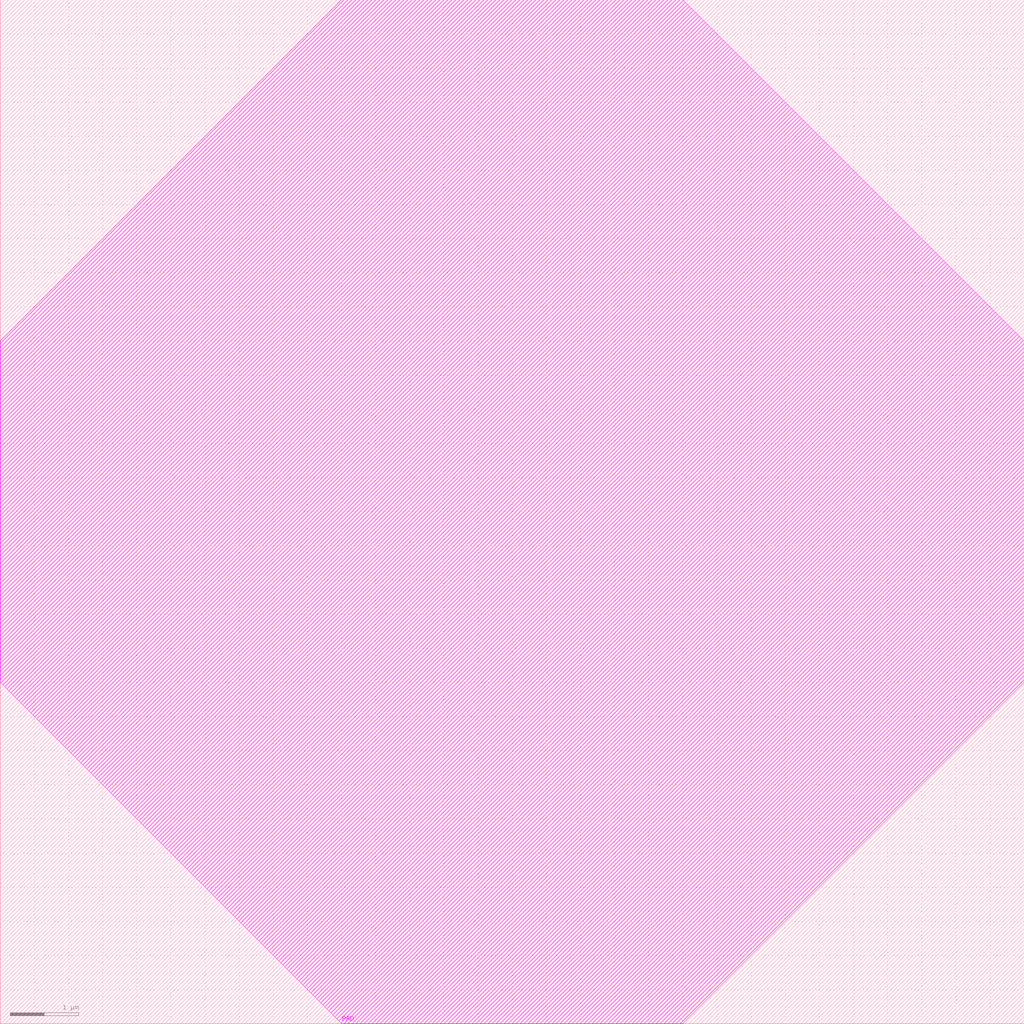
<source format=lef>
VERSION 5.6 ;

MACRO PDI
  CLASS PAD AREAIO ;
  ORIGIN 0 0 ;
  SIZE 15 BY 12 ;
  SYMMETRY X Y ;
  PIN C
    DIRECTION OUTPUT ;
    USE SIGNAL ;
    PORT
      LAYER Metal1 ;
        RECT 1 11 2 12 ;
      LAYER Metal2 ;
        RECT 1 11 2 12 ;
      LAYER Metal3 ;
        RECT 1 11 2 12 ;
      LAYER Metal4 ;
        RECT 1 11 2 12 ;
      LAYER Metal5 ;
        RECT 1 11 2 12 ;
      LAYER Metal6 ;
        RECT 1 11 2 12 ;
    END
  END C
  PIN PAD
    DIRECTION INPUT ;
    USE SIGNAL ;
    PORT
      LAYER Metal9 ;
        RECT 4 11 6 12 ;
    END
  END PAD
  PIN VDD
    DIRECTION INOUT ;
    USE POWER ;
    PORT
      LAYER Metal1 ;
        RECT 7 11 10 12 ;
      LAYER Metal2 ;
        RECT 7 11 10 12 ;
      LAYER Metal3 ;
        RECT 7 11 10 12 ;
      LAYER Metal4 ;
        RECT 7 11 10 12 ;
      LAYER Metal5 ;
        RECT 7 11 10 12 ;
      LAYER Metal6 ;
        RECT 7 11 10 12 ;
    END
  END VDD
  PIN VSS
    DIRECTION INOUT ;
    USE GROUND ;
    PORT
      LAYER Metal1 ;
        RECT 11 11 14 12 ;
      LAYER Metal2 ;
        RECT 11 11 14 12 ;
      LAYER Metal3 ;
        RECT 11 11 14 12 ;
      LAYER Metal4 ;
        RECT 11 11 14 12 ;
      LAYER Metal5 ;
        RECT 11 11 14 12 ;
      LAYER Metal6 ;
        RECT 11 11 14 12 ;
    END
  END VSS
END PDI

MACRO PDO
  CLASS PAD AREAIO ;
  ORIGIN 0 0 ;
  SIZE 15 BY 12 ;
  SYMMETRY X Y ;
  PIN I
    DIRECTION INPUT ;
    USE SIGNAL ;
    PORT
      LAYER Metal1 ;
        RECT 1 11 2 12 ;
      LAYER Metal2 ;
        RECT 1 11 2 12 ;
      LAYER Metal3 ;
        RECT 1 11 2 12 ;
      LAYER Metal4 ;
        RECT 1 11 2 12 ;
      LAYER Metal5 ;
        RECT 1 11 2 12 ;
      LAYER Metal6 ;
        RECT 1 11 2 12 ;
    END
  END I
  PIN PAD
    DIRECTION INPUT ;
    USE SIGNAL ;
    PORT
      LAYER Metal9 ;
        RECT 4 11 6 12 ;
    END
  END PAD
  PIN VDD
    DIRECTION INOUT ;
    USE POWER ;
    PORT
      LAYER Metal1 ;
        RECT 7 11 10 12 ;
      LAYER Metal2 ;
        RECT 7 11 10 12 ;
      LAYER Metal3 ;
        RECT 7 11 10 12 ;
      LAYER Metal4 ;
        RECT 7 11 10 12 ;
      LAYER Metal5 ;
        RECT 7 11 10 12 ;
      LAYER Metal6 ;
        RECT 7 11 10 12 ;
    END
  END VDD
  PIN VSS
    DIRECTION INOUT ;
    USE GROUND ;
    PORT
      LAYER Metal1 ;
        RECT 11 11 14 12 ;
      LAYER Metal2 ;
        RECT 11 11 14 12 ;
      LAYER Metal3 ;
        RECT 11 11 14 12 ;
      LAYER Metal4 ;
        RECT 11 11 14 12 ;
      LAYER Metal5 ;
        RECT 11 11 14 12 ;
      LAYER Metal6 ;
        RECT 11 11 14 12 ;
    END
  END VSS
END PDO

#
# Polygon bumpcell
#
VERSION 5.7 ;

MACRO BUMPCELL
  CLASS COVER BUMP ;
  ORIGIN 0 0 ;
  SIZE 15.0 BY 15.0 ;
  SYMMETRY X Y ;
  PIN PAD
    DIRECTION INPUT ;
    USE SIGNAL ;
      PORT
        CLASS CORE ;
        LAYER Metal9 ;
        POLYGON
                0  5
                0  10
                5  15
                10 15
                15 10
                15 5
                10 0
                5  0 ;
      END
  END PAD
END BUMPCELL

END LIBRARY

</source>
